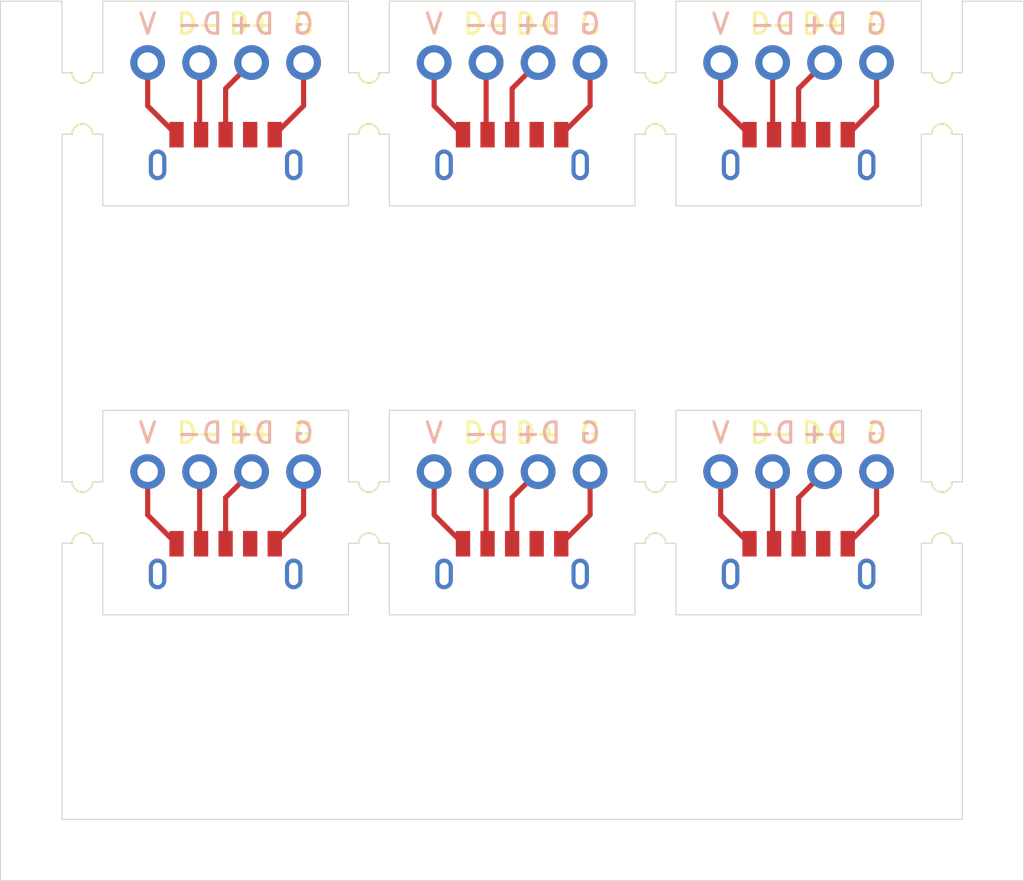
<source format=kicad_pcb>
(kicad_pcb (version 20211014) (generator pcbnew)
  (layers (0 "F.Cu" signal) (31 "B.Cu" signal) (34 "B.Paste" user) (35 "F.Paste" user) (36 "B.SilkS" user "B.Silkscreen") (37 "F.SilkS" user "F.Silkscreen") (38 "B.Mask" user) (39 "F.Mask" user) (44 "Edge.Cuts" user))
  (net 0 "")
  (net 1 "Net-(U1-Pad1)")
  (net 2 "Net-(U1-Pad5)")
  (net 3 "Net-(U1-Pad4)")
  (net 4 "Net-(U1-Pad3)")
  (net 5 "Net-(U1-Pad2)")
  (net 6 "Net-(U1-Pad6)")
  (footprint "htangl:Micro_USB_Male" (layer "F.Cu") (at 58 30)
    (fp_text reference "U1" hide)
    (fp_text value "Male_Micro_USB_Breakout")
    (fp_text user "D-" (at -1.27 -6.89) (layer "B.SilkS") (effects (justify mirror)))
    (fp_text user "V" (at -3.81 -6.89) (layer "B.SilkS") (effects (justify mirror)))
    (fp_text user "D+" (at 1.27 -6.89) (layer "B.SilkS") (effects (justify mirror)))
    (fp_text user "G" (at 3.81 -6.89) (layer "B.SilkS") (effects (justify mirror)))
    (fp_text user "D-" (at -1.27 -6.89) (layer "F.SilkS"))
    (fp_text user "D+" (at 1.27 -6.89) (layer "F.SilkS"))
    (fp_text user "V" (at -3.81 -6.89) (layer "F.SilkS"))
    (fp_text user "G" (at 3.81 -6.89) (layer "F.SilkS"))
    (pad "" np_thru_hole circle (at 1.8 0.1) (size 0.9 0.9) (drill 0.9) (layers *.Cu *.Mask))
    (pad "" np_thru_hole circle (at -1.8 0.1) (size 0.9 0.9) (drill 0.9) (layers *.Cu *.Mask))
    (pad "1" thru_hole circle (at -3.81 -5) (size 1.7 1.7) (drill 1) (layers *.Cu *.Mask))
    (pad "1" smd rect (at -2.4 -1.475) (size 0.7 1.25) (layers "F.Cu" "F.Paste" "F.Mask"))
    (pad "2" smd rect (at -1.2 -1.475) (size 0.7 1.25) (layers "F.Cu" "F.Paste" "F.Mask"))
    (pad "2" thru_hole circle (at -1.27 -5) (size 1.7 1.7) (drill 1) (layers *.Cu *.Mask))
    (pad "3" thru_hole circle (at 1.27 -5) (size 1.7 1.7) (drill 1) (layers *.Cu *.Mask))
    (pad "3" smd rect (at 0 -1.475) (size 0.7 1.25) (layers "F.Cu" "F.Paste" "F.Mask"))
    (pad "4" smd rect (at 1.2 -1.475) (size 0.7 1.25) (layers "F.Cu" "F.Paste" "F.Mask"))
    (pad "5" smd rect (at 2.4 -1.475) (size 0.7 1.25) (layers "F.Cu" "F.Paste" "F.Mask"))
    (pad "5" thru_hole circle (at 3.81 -5) (size 1.7 1.7) (drill 1) (layers *.Cu *.Mask))
    (pad "6" thru_hole oval (at -3.325 0) (size 0.85 1.5) (drill oval 0.45 1.1) (layers *.Cu *.Mask))
    (pad "6" thru_hole oval (at 3.325 0) (size 0.85 1.5) (drill oval 0.45 1.1) (layers *.Cu *.Mask))
  )
  (footprint "panelization:mouse-bite-1mm-slot" (layer "F.Cu") (at 65 27 90)
    (fp_text reference "." hide)
    (fp_text value "." hide)
    (fp_arc (start -1.5 -0.5) (mid -1 0) (end -1.5 0.5) (layer "F.SilkS") (width 0.1))
    (fp_arc (start 1.5 0.5) (mid 1 0) (end 1.5 -0.5) (layer "F.SilkS") (width 0.1))
    (pad "" np_thru_hole circle locked (at 0.35 -1 90) (size 0.5 0.5) (drill 0.5) (layers *.Cu *.Mask))
    (pad "" np_thru_hole circle locked (at -1.15 0.75 90) (size 0.5 0.5) (drill 0.5) (layers *.Cu *.Mask))
    (pad "" np_thru_hole circle locked (at 0.35 1 90) (size 0.5 0.5) (drill 0.5) (layers *.Cu *.Mask))
    (pad "" np_thru_hole circle locked (at 1.15 0.75 90) (size 0.5 0.5) (drill 0.5) (layers *.Cu *.Mask))
    (pad "" np_thru_hole circle locked (at 1.15 -0.75 90) (size 0.5 0.5) (drill 0.5) (layers *.Cu *.Mask))
    (pad "" np_thru_hole circle locked (at -0.35 1 90) (size 0.5 0.5) (drill 0.5) (layers *.Cu *.Mask))
    (pad "" np_thru_hole circle locked (at -1.15 -0.75 90) (size 0.5 0.5) (drill 0.5) (layers *.Cu *.Mask))
    (pad "" np_thru_hole circle locked (at -0.35 -1 90) (size 0.5 0.5) (drill 0.5) (layers *.Cu *.Mask))
  )
  (footprint "htangl:Micro_USB_Male" (layer "F.Cu") (at 58 50)
    (fp_text reference "U1" hide)
    (fp_text value "Male_Micro_USB_Breakout")
    (fp_text user "D-" (at -1.27 -6.89) (layer "B.SilkS") (effects (justify mirror)))
    (fp_text user "V" (at -3.81 -6.89) (layer "B.SilkS") (effects (justify mirror)))
    (fp_text user "D+" (at 1.27 -6.89) (layer "B.SilkS") (effects (justify mirror)))
    (fp_text user "G" (at 3.81 -6.89) (layer "B.SilkS") (effects (justify mirror)))
    (fp_text user "V" (at -3.81 -6.89) (layer "F.SilkS"))
    (fp_text user "D+" (at 1.27 -6.89) (layer "F.SilkS"))
    (fp_text user "D-" (at -1.27 -6.89) (layer "F.SilkS"))
    (fp_text user "G" (at 3.81 -6.89) (layer "F.SilkS"))
    (pad "" np_thru_hole circle (at 1.8 0.1) (size 0.9 0.9) (drill 0.9) (layers *.Cu *.Mask))
    (pad "" np_thru_hole circle (at -1.8 0.1) (size 0.9 0.9) (drill 0.9) (layers *.Cu *.Mask))
    (pad "1" thru_hole circle (at -3.81 -5) (size 1.7 1.7) (drill 1) (layers *.Cu *.Mask))
    (pad "1" smd rect (at -2.4 -1.475) (size 0.7 1.25) (layers "F.Cu" "F.Paste" "F.Mask"))
    (pad "2" thru_hole circle (at -1.27 -5) (size 1.7 1.7) (drill 1) (layers *.Cu *.Mask))
    (pad "2" smd rect (at -1.2 -1.475) (size 0.7 1.25) (layers "F.Cu" "F.Paste" "F.Mask"))
    (pad "3" smd rect (at 0 -1.475) (size 0.7 1.25) (layers "F.Cu" "F.Paste" "F.Mask"))
    (pad "3" thru_hole circle (at 1.27 -5) (size 1.7 1.7) (drill 1) (layers *.Cu *.Mask))
    (pad "4" smd rect (at 1.2 -1.475) (size 0.7 1.25) (layers "F.Cu" "F.Paste" "F.Mask"))
    (pad "5" smd rect (at 2.4 -1.475) (size 0.7 1.25) (layers "F.Cu" "F.Paste" "F.Mask"))
    (pad "5" thru_hole circle (at 3.81 -5) (size 1.7 1.7) (drill 1) (layers *.Cu *.Mask))
    (pad "6" thru_hole oval (at -3.325 0) (size 0.85 1.5) (drill oval 0.45 1.1) (layers *.Cu *.Mask))
    (pad "6" thru_hole oval (at 3.325 0) (size 0.85 1.5) (drill oval 0.45 1.1) (layers *.Cu *.Mask))
  )
  (footprint "panelization:mouse-bite-1mm-slot" (layer "F.Cu") (at 51 47 90)
    (fp_text reference "." hide)
    (fp_text value "." hide)
    (fp_arc (start -1.5 -0.5) (mid -1 0) (end -1.5 0.5) (layer "F.SilkS") (width 0.1))
    (fp_arc (start 1.5 0.5) (mid 1 0) (end 1.5 -0.5) (layer "F.SilkS") (width 0.1))
    (pad "" np_thru_hole circle locked (at -1.15 -0.75 90) (size 0.5 0.5) (drill 0.5) (layers *.Cu *.Mask))
    (pad "" np_thru_hole circle locked (at -0.35 1 90) (size 0.5 0.5) (drill 0.5) (layers *.Cu *.Mask))
    (pad "" np_thru_hole circle locked (at -0.35 -1 90) (size 0.5 0.5) (drill 0.5) (layers *.Cu *.Mask))
    (pad "" np_thru_hole circle locked (at 0.35 -1 90) (size 0.5 0.5) (drill 0.5) (layers *.Cu *.Mask))
    (pad "" np_thru_hole circle locked (at 1.15 -0.75 90) (size 0.5 0.5) (drill 0.5) (layers *.Cu *.Mask))
    (pad "" np_thru_hole circle locked (at 1.15 0.75 90) (size 0.5 0.5) (drill 0.5) (layers *.Cu *.Mask))
    (pad "" np_thru_hole circle locked (at -1.15 0.75 90) (size 0.5 0.5) (drill 0.5) (layers *.Cu *.Mask))
    (pad "" np_thru_hole circle locked (at 0.35 1 90) (size 0.5 0.5) (drill 0.5) (layers *.Cu *.Mask))
  )
  (footprint "htangl:Micro_USB_Male" (layer "F.Cu") (at 44 50)
    (fp_text reference "U1" hide)
    (fp_text value "Male_Micro_USB_Breakout")
    (fp_text user "D-" (at -1.27 -6.89) (layer "B.SilkS") (effects (justify mirror)))
    (fp_text user "G" (at 3.81 -6.89) (layer "B.SilkS") (effects (justify mirror)))
    (fp_text user "V" (at -3.81 -6.89) (layer "B.SilkS") (effects (justify mirror)))
    (fp_text user "D+" (at 1.27 -6.89) (layer "B.SilkS") (effects (justify mirror)))
    (fp_text user "D-" (at -1.27 -6.89) (layer "F.SilkS"))
    (fp_text user "G" (at 3.81 -6.89) (layer "F.SilkS"))
    (fp_text user "D+" (at 1.27 -6.89) (layer "F.SilkS"))
    (fp_text user "V" (at -3.81 -6.89) (layer "F.SilkS"))
    (pad "" np_thru_hole circle (at -1.8 0.1) (size 0.9 0.9) (drill 0.9) (layers *.Cu *.Mask))
    (pad "" np_thru_hole circle (at 1.8 0.1) (size 0.9 0.9) (drill 0.9) (layers *.Cu *.Mask))
    (pad "1" smd rect (at -2.4 -1.475) (size 0.7 1.25) (layers "F.Cu" "F.Paste" "F.Mask"))
    (pad "1" thru_hole circle (at -3.81 -5) (size 1.7 1.7) (drill 1) (layers *.Cu *.Mask))
    (pad "2" smd rect (at -1.2 -1.475) (size 0.7 1.25) (layers "F.Cu" "F.Paste" "F.Mask"))
    (pad "2" thru_hole circle (at -1.27 -5) (size 1.7 1.7) (drill 1) (layers *.Cu *.Mask))
    (pad "3" smd rect (at 0 -1.475) (size 0.7 1.25) (layers "F.Cu" "F.Paste" "F.Mask"))
    (pad "3" thru_hole circle (at 1.27 -5) (size 1.7 1.7) (drill 1) (layers *.Cu *.Mask))
    (pad "4" smd rect (at 1.2 -1.475) (size 0.7 1.25) (layers "F.Cu" "F.Paste" "F.Mask"))
    (pad "5" smd rect (at 2.4 -1.475) (size 0.7 1.25) (layers "F.Cu" "F.Paste" "F.Mask"))
    (pad "5" thru_hole circle (at 3.81 -5) (size 1.7 1.7) (drill 1) (layers *.Cu *.Mask))
    (pad "6" thru_hole oval (at 3.325 0) (size 0.85 1.5) (drill oval 0.45 1.1) (layers *.Cu *.Mask))
    (pad "6" thru_hole oval (at -3.325 0) (size 0.85 1.5) (drill oval 0.45 1.1) (layers *.Cu *.Mask))
  )
  (footprint "panelization:mouse-bite-1mm-slot" (layer "F.Cu") (at 65 47 90)
    (fp_text reference "." hide)
    (fp_text value "." hide)
    (fp_arc (start 1.5 0.5) (mid 1 0) (end 1.5 -0.5) (layer "F.SilkS") (width 0.1))
    (fp_arc (start -1.5 -0.5) (mid -1 0) (end -1.5 0.5) (layer "F.SilkS") (width 0.1))
    (pad "" np_thru_hole circle locked (at 0.35 1 90) (size 0.5 0.5) (drill 0.5) (layers *.Cu *.Mask))
    (pad "" np_thru_hole circle locked (at 1.15 -0.75 90) (size 0.5 0.5) (drill 0.5) (layers *.Cu *.Mask))
    (pad "" np_thru_hole circle locked (at 0.35 -1 90) (size 0.5 0.5) (drill 0.5) (layers *.Cu *.Mask))
    (pad "" np_thru_hole circle locked (at -0.35 -1 90) (size 0.5 0.5) (drill 0.5) (layers *.Cu *.Mask))
    (pad "" np_thru_hole circle locked (at -1.15 -0.75 90) (size 0.5 0.5) (drill 0.5) (layers *.Cu *.Mask))
    (pad "" np_thru_hole circle locked (at -0.35 1 90) (size 0.5 0.5) (drill 0.5) (layers *.Cu *.Mask))
    (pad "" np_thru_hole circle locked (at 1.15 0.75 90) (size 0.5 0.5) (drill 0.5) (layers *.Cu *.Mask))
    (pad "" np_thru_hole circle locked (at -1.15 0.75 90) (size 0.5 0.5) (drill 0.5) (layers *.Cu *.Mask))
  )
  (footprint "htangl:Micro_USB_Male" (layer "F.Cu") (at 30 50)
    (fp_text reference "U1" hide)
    (fp_text value "Male_Micro_USB_Breakout")
    (fp_text user "G" (at 3.81 -6.89) (layer "B.SilkS") (effects (justify mirror)))
    (fp_text user "D-" (at -1.27 -6.89) (layer "B.SilkS") (effects (justify mirror)))
    (fp_text user "D+" (at 1.27 -6.89) (layer "B.SilkS") (effects (justify mirror)))
    (fp_text user "V" (at -3.81 -6.89) (layer "B.SilkS") (effects (justify mirror)))
    (fp_text user "G" (at 3.81 -6.89) (layer "F.SilkS"))
    (fp_text user "D+" (at 1.27 -6.89) (layer "F.SilkS"))
    (fp_text user "D-" (at -1.27 -6.89) (layer "F.SilkS"))
    (fp_text user "V" (at -3.81 -6.89) (layer "F.SilkS"))
    (pad "" np_thru_hole circle (at 1.8 0.1) (size 0.9 0.9) (drill 0.9) (layers *.Cu *.Mask))
    (pad "" np_thru_hole circle (at -1.8 0.1) (size 0.9 0.9) (drill 0.9) (layers *.Cu *.Mask))
    (pad "1" thru_hole circle (at -3.81 -5) (size 1.7 1.7) (drill 1) (layers *.Cu *.Mask))
    (pad "1" smd rect (at -2.4 -1.475) (size 0.7 1.25) (layers "F.Cu" "F.Paste" "F.Mask"))
    (pad "2" smd rect (at -1.2 -1.475) (size 0.7 1.25) (layers "F.Cu" "F.Paste" "F.Mask"))
    (pad "2" thru_hole circle (at -1.27 -5) (size 1.7 1.7) (drill 1) (layers *.Cu *.Mask))
    (pad "3" thru_hole circle (at 1.27 -5) (size 1.7 1.7) (drill 1) (layers *.Cu *.Mask))
    (pad "3" smd rect (at 0 -1.475) (size 0.7 1.25) (layers "F.Cu" "F.Paste" "F.Mask"))
    (pad "4" smd rect (at 1.2 -1.475) (size 0.7 1.25) (layers "F.Cu" "F.Paste" "F.Mask"))
    (pad "5" smd rect (at 2.4 -1.475) (size 0.7 1.25) (layers "F.Cu" "F.Paste" "F.Mask"))
    (pad "5" thru_hole circle (at 3.81 -5) (size 1.7 1.7) (drill 1) (layers *.Cu *.Mask))
    (pad "6" thru_hole oval (at 3.325 0) (size 0.85 1.5) (drill oval 0.45 1.1) (layers *.Cu *.Mask))
    (pad "6" thru_hole oval (at -3.325 0) (size 0.85 1.5) (drill oval 0.45 1.1) (layers *.Cu *.Mask))
  )
  (footprint "panelization:mouse-bite-1mm-slot" (layer "F.Cu") (at 37 47 90)
    (fp_text reference "." hide)
    (fp_text value "." hide)
    (fp_arc (start 1.5 0.5) (mid 1 0) (end 1.5 -0.5) (layer "F.SilkS") (width 0.1))
    (fp_arc (start -1.5 -0.5) (mid -1 0) (end -1.5 0.5) (layer "F.SilkS") (width 0.1))
    (pad "" np_thru_hole circle locked (at -0.35 -1 90) (size 0.5 0.5) (drill 0.5) (layers *.Cu *.Mask))
    (pad "" np_thru_hole circle locked (at -0.35 1 90) (size 0.5 0.5) (drill 0.5) (layers *.Cu *.Mask))
    (pad "" np_thru_hole circle locked (at 1.15 -0.75 90) (size 0.5 0.5) (drill 0.5) (layers *.Cu *.Mask))
    (pad "" np_thru_hole circle locked (at -1.15 -0.75 90) (size 0.5 0.5) (drill 0.5) (layers *.Cu *.Mask))
    (pad "" np_thru_hole circle locked (at 1.15 0.75 90) (size 0.5 0.5) (drill 0.5) (layers *.Cu *.Mask))
    (pad "" np_thru_hole circle locked (at -1.15 0.75 90) (size 0.5 0.5) (drill 0.5) (layers *.Cu *.Mask))
    (pad "" np_thru_hole circle locked (at 0.35 -1 90) (size 0.5 0.5) (drill 0.5) (layers *.Cu *.Mask))
    (pad "" np_thru_hole circle locked (at 0.35 1 90) (size 0.5 0.5) (drill 0.5) (layers *.Cu *.Mask))
  )
  (footprint "panelization:mouse-bite-1mm-slot" (layer "F.Cu") (at 23 47 90)
    (fp_text reference "." hide)
    (fp_text value "." hide)
    (fp_arc (start 1.5 0.5) (mid 1 0) (end 1.5 -0.5) (layer "F.SilkS") (width 0.1))
    (fp_arc (start -1.5 -0.5) (mid -1 0) (end -1.5 0.5) (layer "F.SilkS") (width 0.1))
    (pad "" np_thru_hole circle locked (at 0.35 1 90) (size 0.5 0.5) (drill 0.5) (layers *.Cu *.Mask))
    (pad "" np_thru_hole circle locked (at -0.35 -1 90) (size 0.5 0.5) (drill 0.5) (layers *.Cu *.Mask))
    (pad "" np_thru_hole circle locked (at 1.15 -0.75 90) (size 0.5 0.5) (drill 0.5) (layers *.Cu *.Mask))
    (pad "" np_thru_hole circle locked (at 1.15 0.75 90) (size 0.5 0.5) (drill 0.5) (layers *.Cu *.Mask))
    (pad "" np_thru_hole circle locked (at -1.15 0.75 90) (size 0.5 0.5) (drill 0.5) (layers *.Cu *.Mask))
    (pad "" np_thru_hole circle locked (at -1.15 -0.75 90) (size 0.5 0.5) (drill 0.5) (layers *.Cu *.Mask))
    (pad "" np_thru_hole circle locked (at 0.35 -1 90) (size 0.5 0.5) (drill 0.5) (layers *.Cu *.Mask))
    (pad "" np_thru_hole circle locked (at -0.35 1 90) (size 0.5 0.5) (drill 0.5) (layers *.Cu *.Mask))
  )
  (footprint "htangl:Micro_USB_Male" (layer "F.Cu") (at 30 30)
    (fp_text reference "U1" hide)
    (fp_text value "Male_Micro_USB_Breakout")
    (fp_text user "G" (at 3.81 -6.89) (layer "B.SilkS") (effects (justify mirror)))
    (fp_text user "V" (at -3.81 -6.89) (layer "B.SilkS") (effects (justify mirror)))
    (fp_text user "D+" (at 1.27 -6.89) (layer "B.SilkS") (effects (justify mirror)))
    (fp_text user "D-" (at -1.27 -6.89) (layer "B.SilkS") (effects (justify mirror)))
    (fp_text user "D+" (at 1.27 -6.89) (layer "F.SilkS"))
    (fp_text user "V" (at -3.81 -6.89) (layer "F.SilkS"))
    (fp_text user "D-" (at -1.27 -6.89) (layer "F.SilkS"))
    (fp_text user "G" (at 3.81 -6.89) (layer "F.SilkS"))
    (pad "" np_thru_hole circle (at 1.8 0.1) (size 0.9 0.9) (drill 0.9) (layers *.Cu *.Mask))
    (pad "" np_thru_hole circle (at -1.8 0.1) (size 0.9 0.9) (drill 0.9) (layers *.Cu *.Mask))
    (pad "1" smd rect (at -2.4 -1.475) (size 0.7 1.25) (layers "F.Cu" "F.Paste" "F.Mask") (net 1 "Net-(U1-Pad1)"))
    (pad "1" thru_hole circle (at -3.81 -5) (size 1.7 1.7) (drill 1) (layers *.Cu *.Mask) (net 1 "Net-(U1-Pad1)"))
    (pad "2" thru_hole circle (at -1.27 -5) (size 1.7 1.7) (drill 1) (layers *.Cu *.Mask) (net 5 "Net-(U1-Pad2)"))
    (pad "2" smd rect (at -1.2 -1.475) (size 0.7 1.25) (layers "F.Cu" "F.Paste" "F.Mask") (net 5 "Net-(U1-Pad2)"))
    (pad "3" thru_hole circle (at 1.27 -5) (size 1.7 1.7) (drill 1) (layers *.Cu *.Mask) (net 4 "Net-(U1-Pad3)"))
    (pad "3" smd rect (at 0 -1.475) (size 0.7 1.25) (layers "F.Cu" "F.Paste" "F.Mask") (net 4 "Net-(U1-Pad3)"))
    (pad "4" smd rect (at 1.2 -1.475) (size 0.7 1.25) (layers "F.Cu" "F.Paste" "F.Mask") (net 3 "Net-(U1-Pad4)"))
    (pad "5" smd rect (at 2.4 -1.475) (size 0.7 1.25) (layers "F.Cu" "F.Paste" "F.Mask") (net 2 "Net-(U1-Pad5)"))
    (pad "5" thru_hole circle (at 3.81 -5) (size 1.7 1.7) (drill 1) (layers *.Cu *.Mask) (net 2 "Net-(U1-Pad5)"))
    (pad "6" thru_hole oval (at 3.325 0) (size 0.85 1.5) (drill oval 0.45 1.1) (layers *.Cu *.Mask) (net 6 "Net-(U1-Pad6)"))
    (pad "6" thru_hole oval (at -3.325 0) (size 0.85 1.5) (drill oval 0.45 1.1) (layers *.Cu *.Mask) (net 6 "Net-(U1-Pad6)"))
  )
  (footprint "panelization:mouse-bite-1mm-slot" (layer "F.Cu") (at 37 27 90)
    (fp_text reference "." hide)
    (fp_text value "." hide)
    (fp_arc (start -1.5 -0.5) (mid -1 0) (end -1.5 0.5) (layer "F.SilkS") (width 0.1))
    (fp_arc (start 1.5 0.5) (mid 1 0) (end 1.5 -0.5) (layer "F.SilkS") (width 0.1))
    (pad "" np_thru_hole circle locked (at 1.15 -0.75 90) (size 0.5 0.5) (drill 0.5) (layers *.Cu *.Mask))
    (pad "" np_thru_hole circle locked (at -0.35 -1 90) (size 0.5 0.5) (drill 0.5) (layers *.Cu *.Mask))
    (pad "" np_thru_hole circle locked (at -0.35 1 90) (size 0.5 0.5) (drill 0.5) (layers *.Cu *.Mask))
    (pad "" np_thru_hole circle locked (at -1.15 -0.75 90) (size 0.5 0.5) (drill 0.5) (layers *.Cu *.Mask))
    (pad "" np_thru_hole circle locked (at 1.15 0.75 90) (size 0.5 0.5) (drill 0.5) (layers *.Cu *.Mask))
    (pad "" np_thru_hole circle locked (at 0.35 1 90) (size 0.5 0.5) (drill 0.5) (layers *.Cu *.Mask))
    (pad "" np_thru_hole circle locked (at -1.15 0.75 90) (size 0.5 0.5) (drill 0.5) (layers *.Cu *.Mask))
    (pad "" np_thru_hole circle locked (at 0.35 -1 90) (size 0.5 0.5) (drill 0.5) (layers *.Cu *.Mask))
  )
  (footprint "htangl:Micro_USB_Male" (layer "F.Cu") (at 44 30)
    (fp_text reference "U1" hide)
    (fp_text value "Male_Micro_USB_Breakout")
    (fp_text user "G" (at 3.81 -6.89) (layer "B.SilkS") (effects (justify mirror)))
    (fp_text user "D+" (at 1.27 -6.89) (layer "B.SilkS") (effects (justify mirror)))
    (fp_text user "V" (at -3.81 -6.89) (layer "B.SilkS") (effects (justify mirror)))
    (fp_text user "D-" (at -1.27 -6.89) (layer "B.SilkS") (effects (justify mirror)))
    (fp_text user "V" (at -3.81 -6.89) (layer "F.SilkS"))
    (fp_text user "G" (at 3.81 -6.89) (layer "F.SilkS"))
    (fp_text user "D+" (at 1.27 -6.89) (layer "F.SilkS"))
    (fp_text user "D-" (at -1.27 -6.89) (layer "F.SilkS"))
    (pad "" np_thru_hole circle (at -1.8 0.1) (size 0.9 0.9) (drill 0.9) (layers *.Cu *.Mask))
    (pad "" np_thru_hole circle (at 1.8 0.1) (size 0.9 0.9) (drill 0.9) (layers *.Cu *.Mask))
    (pad "1" smd rect (at -2.4 -1.475) (size 0.7 1.25) (layers "F.Cu" "F.Paste" "F.Mask"))
    (pad "1" thru_hole circle (at -3.81 -5) (size 1.7 1.7) (drill 1) (layers *.Cu *.Mask))
    (pad "2" thru_hole circle (at -1.27 -5) (size 1.7 1.7) (drill 1) (layers *.Cu *.Mask))
    (pad "2" smd rect (at -1.2 -1.475) (size 0.7 1.25) (layers "F.Cu" "F.Paste" "F.Mask"))
    (pad "3" smd rect (at 0 -1.475) (size 0.7 1.25) (layers "F.Cu" "F.Paste" "F.Mask"))
    (pad "3" thru_hole circle (at 1.27 -5) (size 1.7 1.7) (drill 1) (layers *.Cu *.Mask))
    (pad "4" smd rect (at 1.2 -1.475) (size 0.7 1.25) (layers "F.Cu" "F.Paste" "F.Mask"))
    (pad "5" smd rect (at 2.4 -1.475) (size 0.7 1.25) (layers "F.Cu" "F.Paste" "F.Mask"))
    (pad "5" thru_hole circle (at 3.81 -5) (size 1.7 1.7) (drill 1) (layers *.Cu *.Mask))
    (pad "6" thru_hole oval (at 3.325 0) (size 0.85 1.5) (drill oval 0.45 1.1) (layers *.Cu *.Mask))
    (pad "6" thru_hole oval (at -3.325 0) (size 0.85 1.5) (drill oval 0.45 1.1) (layers *.Cu *.Mask))
  )
  (footprint "panelization:mouse-bite-1mm-slot" (layer "F.Cu") (at 23 27 90)
    (fp_text reference "." hide)
    (fp_text value "." hide)
    (fp_arc (start -1.5 -0.5) (mid -1 0) (end -1.5 0.5) (layer "F.SilkS") (width 0.1))
    (fp_arc (start 1.5 0.5) (mid 1 0) (end 1.5 -0.5) (layer "F.SilkS") (width 0.1))
    (pad "" np_thru_hole circle locked (at 0.35 -1 90) (size 0.5 0.5) (drill 0.5) (layers *.Cu *.Mask))
    (pad "" np_thru_hole circle locked (at -0.35 -1 90) (size 0.5 0.5) (drill 0.5) (layers *.Cu *.Mask))
    (pad "" np_thru_hole circle locked (at 0.35 1 90) (size 0.5 0.5) (drill 0.5) (layers *.Cu *.Mask))
    (pad "" np_thru_hole circle locked (at -0.35 1 90) (size 0.5 0.5) (drill 0.5) (layers *.Cu *.Mask))
    (pad "" np_thru_hole circle locked (at -1.15 0.75 90) (size 0.5 0.5) (drill 0.5) (layers *.Cu *.Mask))
    (pad "" np_thru_hole circle locked (at 1.15 -0.75 90) (size 0.5 0.5) (drill 0.5) (layers *.Cu *.Mask))
    (pad "" np_thru_hole circle locked (at -1.15 -0.75 90) (size 0.5 0.5) (drill 0.5) (layers *.Cu *.Mask))
    (pad "" np_thru_hole circle locked (at 1.15 0.75 90) (size 0.5 0.5) (drill 0.5) (layers *.Cu *.Mask))
  )
  (footprint "panelization:mouse-bite-1mm-slot" (layer "F.Cu") (at 51 27 90)
    (fp_text reference "." hide)
    (fp_text value "." hide)
    (fp_arc (start -1.5 -0.5) (mid -1 0) (end -1.5 0.5) (layer "F.SilkS") (width 0.1))
    (fp_arc (start 1.5 0.5) (mid 1 0) (end 1.5 -0.5) (layer "F.SilkS") (width 0.1))
    (pad "" np_thru_hole circle locked (at 0.35 -1 90) (size 0.5 0.5) (drill 0.5) (layers *.Cu *.Mask))
    (pad "" np_thru_hole circle locked (at -0.35 1 90) (size 0.5 0.5) (drill 0.5) (layers *.Cu *.Mask))
    (pad "" np_thru_hole circle locked (at 1.15 0.75 90) (size 0.5 0.5) (drill 0.5) (layers *.Cu *.Mask))
    (pad "" np_thru_hole circle locked (at 1.15 -0.75 90) (size 0.5 0.5) (drill 0.5) (layers *.Cu *.Mask))
    (pad "" np_thru_hole circle locked (at -1.15 -0.75 90) (size 0.5 0.5) (drill 0.5) (layers *.Cu *.Mask))
    (pad "" np_thru_hole circle locked (at -0.35 -1 90) (size 0.5 0.5) (drill 0.5) (layers *.Cu *.Mask))
    (pad "" np_thru_hole circle locked (at -1.15 0.75 90) (size 0.5 0.5) (drill 0.5) (layers *.Cu *.Mask))
    (pad "" np_thru_hole circle locked (at 0.35 1 90) (size 0.5 0.5) (drill 0.5) (layers *.Cu *.Mask))
  )
  (gr_line (start 52 22) (end 64 22) (layer "Edge.Cuts") (width 0.05))
  (gr_line (start 64 32) (end 52 32) (layer "Edge.Cuts") (width 0.05))
  (gr_line (start 65.5 28.5) (end 66 28.5) (layer "Edge.Cuts") (width 0.05))
  (gr_line (start 65.5 25.5) (end 66 25.5) (layer "Edge.Cuts") (width 0.05))
  (gr_arc (start 65.5 25.5) (mid 65 26) (end 64.5 25.5) (layer "Edge.Cuts") (width 0.05))
  (gr_line (start 64.5 25.5) (end 64 25.5) (layer "Edge.Cuts") (width 0.05))
  (gr_arc (start 64.5 28.5) (mid 65 28) (end 65.5 28.5) (layer "Edge.Cuts") (width 0.05))
  (gr_line (start 64.5 28.5) (end 64 28.5) (layer "Edge.Cuts") (width 0.05))
  (gr_line (start 37.5 48.5) (end 38 48.5) (layer "Edge.Cuts") (width 0.05))
  (gr_line (start 38 48.5) (end 38 52) (layer "Edge.Cuts") (width 0.05))
  (gr_line (start 38 45.5) (end 38 42) (layer "Edge.Cuts") (width 0.05))
  (gr_line (start 37.5 45.5) (end 38 45.5) (layer "Edge.Cuts") (width 0.05))
  (gr_line (start 38 42) (end 50 42) (layer "Edge.Cuts") (width 0.05))
  (gr_line (start 50 52) (end 38 52) (layer "Edge.Cuts") (width 0.05))
  (gr_line (start 64 52) (end 52 52) (layer "Edge.Cuts") (width 0.05))
  (gr_line (start 51.5 45.5) (end 52 45.5) (layer "Edge.Cuts") (width 0.05))
  (gr_line (start 65.5 45.5) (end 66 45.5) (layer "Edge.Cuts") (width 0.05))
  (gr_line (start 50.5 45.5) (end 50 45.5) (layer "Edge.Cuts") (width 0.05))
  (gr_arc (start 50.5 48.5) (mid 51 48) (end 51.5 48.5) (layer "Edge.Cuts") (width 0.05))
  (gr_line (start 51.5 48.5) (end 52 48.5) (layer "Edge.Cuts") (width 0.05))
  (gr_arc (start 51.5 45.5) (mid 51 46) (end 50.5 45.5) (layer "Edge.Cuts") (width 0.05))
  (gr_line (start 64.5 48.5) (end 64 48.5) (layer "Edge.Cuts") (width 0.05))
  (gr_arc (start 64.5 48.5) (mid 65 48) (end 65.5 48.5) (layer "Edge.Cuts") (width 0.05))
  (gr_line (start 64.5 45.5) (end 64 45.5) (layer "Edge.Cuts") (width 0.05))
  (gr_arc (start 65.5 45.5) (mid 65 46) (end 64.5 45.5) (layer "Edge.Cuts") (width 0.05))
  (gr_line (start 52 42) (end 64 42) (layer "Edge.Cuts") (width 0.05))
  (gr_line (start 65.5 48.5) (end 66 48.5) (layer "Edge.Cuts") (width 0.05))
  (gr_line (start 50.5 48.5) (end 50 48.5) (layer "Edge.Cuts") (width 0.05))
  (gr_arc (start 37.5 45.5) (mid 37 46) (end 36.5 45.5) (layer "Edge.Cuts") (width 0.05))
  (gr_line (start 24 42) (end 36 42) (layer "Edge.Cuts") (width 0.05))
  (gr_line (start 36 45.5) (end 36 42) (layer "Edge.Cuts") (width 0.05))
  (gr_line (start 36.5 45.5) (end 36 45.5) (layer "Edge.Cuts") (width 0.05))
  (gr_line (start 36 52) (end 24 52) (layer "Edge.Cuts") (width 0.05))
  (gr_arc (start 36.5 48.5) (mid 37 48) (end 37.5 48.5) (layer "Edge.Cuts") (width 0.05))
  (gr_line (start 36 52) (end 36 48.5) (layer "Edge.Cuts") (width 0.05))
  (gr_line (start 36.5 48.5) (end 36 48.5) (layer "Edge.Cuts") (width 0.05))
  (gr_line (start 22.5 48.5) (end 22 48.5) (layer "Edge.Cuts") (width 0.05))
  (gr_arc (start 23.5 45.5) (mid 23 46) (end 22.5 45.5) (layer "Edge.Cuts") (width 0.05))
  (gr_line (start 22.5 45.5) (end 22 45.5) (layer "Edge.Cuts") (width 0.05))
  (gr_line (start 23.5 48.5) (end 24 48.5) (layer "Edge.Cuts") (width 0.05))
  (gr_arc (start 22.5 48.5) (mid 23 48) (end 23.5 48.5) (layer "Edge.Cuts") (width 0.05))
  (gr_line (start 23.5 45.5) (end 24 45.5) (layer "Edge.Cuts") (width 0.05))
  (gr_line (start 50 22) (end 50 25.5) (layer "Edge.Cuts") (width 0.05))
  (gr_line (start 50 28.5) (end 50 32) (layer "Edge.Cuts") (width 0.05))
  (gr_line (start 52 28.5) (end 52 32) (layer "Edge.Cuts") (width 0.05))
  (gr_line (start 52 25.5) (end 52 22) (layer "Edge.Cuts") (width 0.05))
  (gr_line (start 64 25.5) (end 64 22) (layer "Edge.Cuts") (width 0.05))
  (gr_line (start 64 28.5) (end 64 32) (layer "Edge.Cuts") (width 0.05))
  (gr_line (start 66 28.5) (end 66 32) (layer "Edge.Cuts") (width 0.05))
  (gr_line (start 66 25.5) (end 66 22) (layer "Edge.Cuts") (width 0.05))
  (gr_line (start 66 45.5) (end 66 42) (layer "Edge.Cuts") (width 0.05))
  (gr_line (start 66 48.5) (end 66 52) (layer "Edge.Cuts") (width 0.05))
  (gr_line (start 64 52) (end 64 48.5) (layer "Edge.Cuts") (width 0.05))
  (gr_line (start 64 45.5) (end 64 42) (layer "Edge.Cuts") (width 0.05))
  (gr_line (start 52 45.5) (end 52 42) (layer "Edge.Cuts") (width 0.05))
  (gr_line (start 52 48.5) (end 52 52) (layer "Edge.Cuts") (width 0.05))
  (gr_line (start 50 48.5) (end 50 52) (layer "Edge.Cuts") (width 0.05))
  (gr_line (start 50 45.5) (end 50 42) (layer "Edge.Cuts") (width 0.05))
  (gr_line (start 24 42) (end 24 45.5) (layer "Edge.Cuts") (width 0.05))
  (gr_line (start 24 52) (end 24 48.5) (layer "Edge.Cuts") (width 0.05))
  (gr_line (start 22 45.5) (end 22 28.5) (layer "Edge.Cuts") (width 0.05))
  (gr_line (start 22 62) (end 22 48.5) (layer "Edge.Cuts") (width 0.05))
  (gr_line (start 22 22) (end 22 25.5) (layer "Edge.Cuts") (width 0.05))
  (gr_line (start 24 25.5) (end 24 22) (layer "Edge.Cuts") (width 0.05))
  (gr_line (start 24 28.5) (end 24 32) (layer "Edge.Cuts") (width 0.05))
  (gr_line (start 36 25.5) (end 36 22) (layer "Edge.Cuts") (width 0.05))
  (gr_line (start 36 32) (end 36 28.5) (layer "Edge.Cuts") (width 0.05))
  (gr_line (start 50 32) (end 38 32) (layer "Edge.Cuts") (width 0.05))
  (gr_line (start 38 22) (end 50 22) (layer "Edge.Cuts") (width 0.05))
  (gr_line (start 38 25.5) (end 38 22) (layer "Edge.Cuts") (width 0.05))
  (gr_line (start 38 28.5) (end 38 32) (layer "Edge.Cuts") (width 0.05))
  (gr_arc (start 36.5 28.5) (mid 37 28) (end 37.5 28.5) (layer "Edge.Cuts") (width 0.05))
  (gr_line (start 22 62) (end 66 62) (layer "Edge.Cuts") (width 0.05))
  (gr_arc (start 37.5 25.5) (mid 37 26) (end 36.5 25.5) (layer "Edge.Cuts") (width 0.05))
  (gr_line (start 36.5 28.5) (end 36 28.5) (layer "Edge.Cuts") (width 0.05))
  (gr_line (start 66 62) (end 66 52) (layer "Edge.Cuts") (width 0.05))
  (gr_line (start 36 32) (end 24 32) (layer "Edge.Cuts") (width 0.05))
  (gr_line (start 51.5 25.5) (end 52 25.5) (layer "Edge.Cuts") (width 0.05))
  (gr_line (start 22.5 25.5) (end 22 25.5) (layer "Edge.Cuts") (width 0.05))
  (gr_arc (start 51.5 25.5) (mid 51 26) (end 50.5 25.5) (layer "Edge.Cuts") (width 0.05))
  (gr_line (start 51.5 28.5) (end 52 28.5) (layer "Edge.Cuts") (width 0.05))
  (gr_line (start 66 42) (end 66 32) (layer "Edge.Cuts") (width 0.05))
  (gr_arc (start 50.5 28.5) (mid 51 28) (end 51.5 28.5) (layer "Edge.Cuts") (width 0.05))
  (gr_line (start 19 22) (end 22 22) (layer "Edge.Cuts") (width 0.05))
  (gr_line (start 37.5 28.5) (end 38 28.5) (layer "Edge.Cuts") (width 0.05))
  (gr_arc (start 22.5 28.5) (mid 23 28) (end 23.5 28.5) (layer "Edge.Cuts") (width 0.05))
  (gr_line (start 24 22) (end 36 22) (layer "Edge.Cuts") (width 0.05))
  (gr_line (start 23.5 25.5) (end 24 25.5) (layer "Edge.Cuts") (width 0.05))
  (gr_line (start 36.5 25.5) (end 36 25.5) (layer "Edge.Cuts") (width 0.05))
  (gr_line (start 37.5 25.5) (end 38 25.5) (layer "Edge.Cuts") (width 0.05))
  (gr_arc (start 23.5 25.5) (mid 23 26) (end 22.5 25.5) (layer "Edge.Cuts") (width 0.05))
  (gr_line (start 69 22) (end 69 65) (layer "Edge.Cuts") (width 0.05))
  (gr_line (start 50.5 25.5) (end 50 25.5) (layer "Edge.Cuts") (width 0.05))
  (gr_line (start 66 22) (end 69 22) (layer "Edge.Cuts") (width 0.05))
  (gr_line (start 50.5 28.5) (end 50 28.5) (layer "Edge.Cuts") (width 0.05))
  (gr_line (start 19 65) (end 19 22) (layer "Edge.Cuts") (width 0.05))
  (gr_line (start 69 65) (end 19 65) (layer "Edge.Cuts") (width 0.05))
  (gr_line (start 23.5 28.5) (end 24 28.5) (layer "Edge.Cuts") (width 0.05))
  (gr_line (start 22.5 28.5) (end 22 28.5) (layer "Edge.Cuts") (width 0.05))
  (segment (start 58 26.27) (end 58 28.525) (width 0.25) (layer "F.Cu") (net 0))
  (segment (start 54.19 25) (end 54.19 27.115) (width 0.25) (layer "F.Cu") (net 0))
  (segment (start 61.81 27.115) (end 60.4 28.525) (width 0.25) (layer "F.Cu") (net 0))
  (segment (start 61.81 25) (end 61.81 27.115) (width 0.25) (layer "F.Cu") (net 0))
  (segment (start 59.27 25) (end 58 26.27) (width 0.25) (layer "F.Cu") (net 0))
  (segment (start 56.73 28.455) (end 56.8 28.525) (width 0.25) (layer "F.Cu") (net 0))
  (segment (start 56.73 25) (end 56.73 28.455) (width 0.25) (layer "F.Cu") (net 0))
  (segment (start 54.19 27.115) (end 55.6 28.525) (width 0.25) (layer "F.Cu") (net 0))
  (segment (start 42.73 48.455) (end 42.8 48.525) (width 0.25) (layer "F.Cu") (net 0))
  (segment (start 40.19 47.115) (end 41.6 48.525) (width 0.25) (layer "F.Cu") (net 0))
  (segment (start 30 46.27) (end 30 48.525) (width 0.25) (layer "F.Cu") (net 0))
  (segment (start 26.19 45) (end 26.19 47.115) (width 0.25) (layer "F.Cu") (net 0))
  (segment (start 44 46.27) (end 44 48.525) (width 0.25) (layer "F.Cu") (net 0))
  (segment (start 40.19 45) (end 40.19 47.115) (width 0.25) (layer "F.Cu") (net 0))
  (segment (start 45.27 45) (end 44 46.27) (width 0.25) (layer "F.Cu") (net 0))
  (segment (start 42.73 45) (end 42.73 48.455) (width 0.25) (layer "F.Cu") (net 0))
  (segment (start 33.81 47.115) (end 32.4 48.525) (width 0.25) (layer "F.Cu") (net 0))
  (segment (start 33.81 45) (end 33.81 47.115) (width 0.25) (layer "F.Cu") (net 0))
  (segment (start 31.27 45) (end 30 46.27) (width 0.25) (layer "F.Cu") (net 0))
  (segment (start 28.73 48.455) (end 28.8 48.525) (width 0.25) (layer "F.Cu") (net 0))
  (segment (start 28.73 45) (end 28.73 48.455) (width 0.25) (layer "F.Cu") (net 0))
  (segment (start 47.81 47.115) (end 46.4 48.525) (width 0.25) (layer "F.Cu") (net 0))
  (segment (start 47.81 45) (end 47.81 47.115) (width 0.25) (layer "F.Cu") (net 0))
  (segment (start 26.19 47.115) (end 27.6 48.525) (width 0.25) (layer "F.Cu") (net 0))
  (segment (start 56.73 48.455) (end 56.8 48.525) (width 0.25) (layer "F.Cu") (net 0))
  (segment (start 54.19 47.115) (end 55.6 48.525) (width 0.25) (layer "F.Cu") (net 0))
  (segment (start 58 46.27) (end 58 48.525) (width 0.25) (layer "F.Cu") (net 0))
  (segment (start 54.19 45) (end 54.19 47.115) (width 0.25) (layer "F.Cu") (net 0))
  (segment (start 61.81 45) (end 61.81 47.115) (width 0.25) (layer "F.Cu") (net 0))
  (segment (start 59.27 45) (end 58 46.27) (width 0.25) (layer "F.Cu") (net 0))
  (segment (start 61.81 47.115) (end 60.4 48.525) (width 0.25) (layer "F.Cu") (net 0))
  (segment (start 56.73 45) (end 56.73 48.455) (width 0.25) (layer "F.Cu") (net 0))
  (segment (start 45.27 25) (end 44 26.27) (width 0.25) (layer "F.Cu") (net 0))
  (segment (start 40.19 25) (end 40.19 27.115) (width 0.25) (layer "F.Cu") (net 0))
  (segment (start 40.19 27.115) (end 41.6 28.525) (width 0.25) (layer "F.Cu") (net 0))
  (segment (start 47.81 25) (end 47.81 27.115) (width 0.25) (layer "F.Cu") (net 0))
  (segment (start 47.81 27.115) (end 46.4 28.525) (width 0.25) (layer "F.Cu") (net 0))
  (segment (start 42.73 28.455) (end 42.8 28.525) (width 0.25) (layer "F.Cu") (net 0))
  (segment (start 44 26.27) (end 44 28.525) (width 0.25) (layer "F.Cu") (net 0))
  (segment (start 42.73 25) (end 42.73 28.455) (width 0.25) (layer "F.Cu") (net 0))
  (segment (start 26.19 27.115) (end 27.6 28.525) (width 0.25) (layer "F.Cu") (net 1))
  (segment (start 26.19 25) (end 26.19 27.115) (width 0.25) (layer "F.Cu") (net 1))
  (segment (start 33.81 27.115) (end 32.4 28.525) (width 0.25) (layer "F.Cu") (net 2))
  (segment (start 33.81 25) (end 33.81 27.115) (width 0.25) (layer "F.Cu") (net 2))
  (segment (start 30 26.27) (end 30 28.525) (width 0.25) (layer "F.Cu") (net 4))
  (segment (start 31.27 25) (end 30 26.27) (width 0.25) (layer "F.Cu") (net 4))
  (segment (start 28.73 28.455) (end 28.8 28.525) (width 0.25) (layer "F.Cu") (net 5))
  (segment (start 28.73 25) (end 28.73 28.455) (width 0.25) (layer "F.Cu") (net 5))
)
</source>
